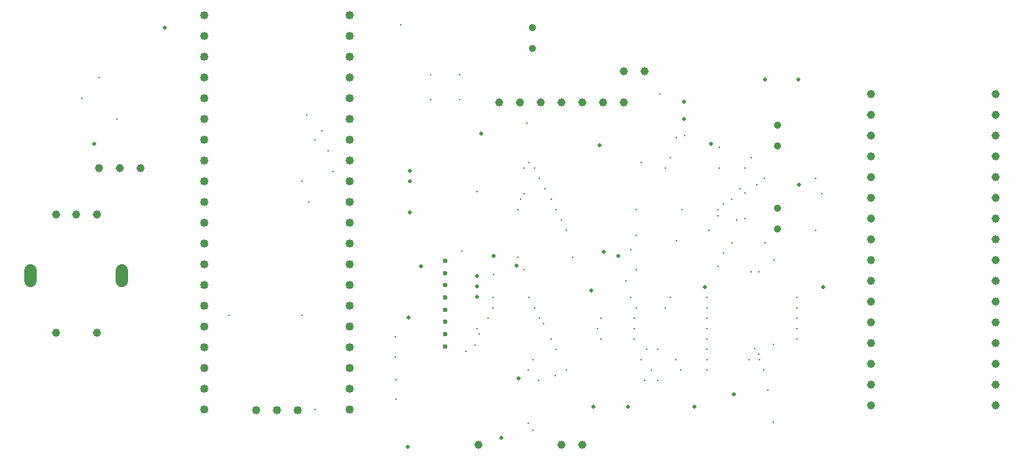
<source format=gbr>
%TF.GenerationSoftware,KiCad,Pcbnew,9.0.6*%
%TF.CreationDate,2025-11-05T23:56:18-08:00*%
%TF.ProjectId,SD-PGMR,53442d50-474d-4522-9e6b-696361645f70,v2.0*%
%TF.SameCoordinates,Original*%
%TF.FileFunction,Plated,1,4,PTH,Mixed*%
%TF.FilePolarity,Positive*%
%FSLAX46Y46*%
G04 Gerber Fmt 4.6, Leading zero omitted, Abs format (unit mm)*
G04 Created by KiCad (PCBNEW 9.0.6) date 2025-11-05 23:56:18*
%MOMM*%
%LPD*%
G01*
G04 APERTURE LIST*
%TA.AperFunction,ViaDrill*%
%ADD10C,0.300990*%
%TD*%
%TA.AperFunction,ViaDrill*%
%ADD11C,0.508000*%
%TD*%
%TA.AperFunction,ComponentDrill*%
%ADD12C,0.600000*%
%TD*%
%TA.AperFunction,ComponentDrill*%
%ADD13C,0.900000*%
%TD*%
%TA.AperFunction,ComponentDrill*%
%ADD14C,1.000000*%
%TD*%
%TA.AperFunction,ComponentDrill*%
%ADD15C,1.020000*%
%TD*%
G04 aperture for slot hole*
%TA.AperFunction,ComponentDrill*%
%ADD16C,1.500000*%
%TD*%
G04 APERTURE END LIST*
D10*
X86360000Y-89662000D03*
X88519000Y-87122000D03*
X90721000Y-92202000D03*
X104394000Y-116205000D03*
X113284000Y-99822000D03*
X113284000Y-116205000D03*
X113919000Y-91694000D03*
X114173000Y-102362000D03*
X114909600Y-94742000D03*
X114909600Y-127762000D03*
X115722400Y-93624400D03*
X116484400Y-96062800D03*
X117144800Y-98653600D03*
X124714000Y-118872000D03*
X124714000Y-121285000D03*
X124809250Y-124079000D03*
X124841000Y-126492000D03*
X125374400Y-80721200D03*
X129032000Y-86741000D03*
X129032000Y-89789000D03*
X132588000Y-86741000D03*
X132588000Y-89789000D03*
X132842000Y-108331000D03*
X133350000Y-120650000D03*
X134493000Y-119888000D03*
X134747000Y-101092000D03*
X134747000Y-117856000D03*
X134969250Y-118518198D03*
X136112250Y-116586000D03*
X136652000Y-114046000D03*
X136652000Y-115316000D03*
X136779000Y-111252000D03*
X139700000Y-103251000D03*
X139700000Y-109093000D03*
X140081000Y-101981000D03*
X140462000Y-98196400D03*
X140462000Y-101346000D03*
X140462000Y-110617000D03*
X140843000Y-92710000D03*
X140970000Y-122936000D03*
X140970000Y-129413000D03*
X141097000Y-97536000D03*
X141097000Y-114046000D03*
X141605000Y-121666000D03*
X141605000Y-130302000D03*
X141732000Y-98171000D03*
X141732000Y-115316000D03*
X142240000Y-124206000D03*
X142367000Y-99441000D03*
X142367000Y-116586000D03*
X142875000Y-117221000D03*
X143002000Y-100711000D03*
X143764000Y-101981000D03*
X143764000Y-119126000D03*
X144272000Y-123571000D03*
X144399000Y-103251000D03*
X144399000Y-120396000D03*
X145034000Y-104521000D03*
X145669000Y-105791000D03*
X145669000Y-122936000D03*
X146431000Y-109093000D03*
X149479000Y-117856000D03*
X149860000Y-116586000D03*
X149860000Y-119126000D03*
X152908000Y-112014000D03*
X153543000Y-108204000D03*
X153543000Y-114046000D03*
X153924000Y-116586000D03*
X153924000Y-117856000D03*
X153924000Y-119126000D03*
X154178000Y-103251000D03*
X154178000Y-106426000D03*
X154178000Y-110617000D03*
X154178000Y-115316000D03*
X154813000Y-97536000D03*
X154813000Y-121666000D03*
X155194000Y-124206000D03*
X155448000Y-120396000D03*
X156083000Y-122936000D03*
X156845000Y-120396000D03*
X156845000Y-124206000D03*
X157099000Y-89154000D03*
X157734000Y-98171000D03*
X157734000Y-115316000D03*
X158369000Y-96901000D03*
X158369000Y-114046000D03*
X159004000Y-121666000D03*
X159131000Y-94488000D03*
X159131000Y-107061000D03*
X159639000Y-122936000D03*
X159766000Y-103251000D03*
X160147000Y-94234000D03*
X162814000Y-114046000D03*
X162814000Y-115316000D03*
X162814000Y-116586000D03*
X162814000Y-117856000D03*
X162814000Y-119126000D03*
X162814000Y-120396000D03*
X162814000Y-121666000D03*
X162814000Y-122936000D03*
X163068000Y-105791000D03*
X164211000Y-103251000D03*
X164211000Y-104013000D03*
X164211000Y-110236000D03*
X164338000Y-95631000D03*
X164338000Y-98171000D03*
X164846000Y-102616000D03*
X164846000Y-108585000D03*
X165862000Y-101981000D03*
X165862000Y-107315000D03*
X166497000Y-104521000D03*
X166878000Y-100711000D03*
X167513000Y-98171000D03*
X167513000Y-101219000D03*
X167513000Y-104394000D03*
X168021000Y-121666000D03*
X168275000Y-96901000D03*
X168275000Y-110871000D03*
X168720161Y-120331839D03*
X168910000Y-100203000D03*
X169164000Y-110871000D03*
X169192600Y-120972774D03*
X169278300Y-121666000D03*
X169818050Y-122936000D03*
X169900600Y-99466400D03*
X169926000Y-107315000D03*
X170307000Y-125349000D03*
X170930300Y-119761000D03*
X170942000Y-129286000D03*
X171069000Y-109474000D03*
X173863000Y-114046000D03*
X173863000Y-115316000D03*
X173863000Y-116586000D03*
X173863000Y-117856000D03*
X173863000Y-119126000D03*
X176149000Y-99441000D03*
X176149000Y-105791000D03*
X176911000Y-101346000D03*
D11*
X87884000Y-95250000D03*
X96520000Y-81026000D03*
X126238000Y-132334000D03*
X126365000Y-116459000D03*
X126492000Y-98552000D03*
X126492000Y-99822000D03*
X126492000Y-103632000D03*
X127889000Y-110236000D03*
X134747000Y-111391000D03*
X134747000Y-112661000D03*
X134747000Y-113931000D03*
X135255000Y-93980000D03*
X136779000Y-108966000D03*
X137668000Y-131191000D03*
X139573000Y-110109000D03*
X139827000Y-123952000D03*
X148717000Y-113157000D03*
X148971000Y-127381000D03*
X149733000Y-95377000D03*
X150241000Y-108458000D03*
X152019000Y-108966000D03*
X153162000Y-127381000D03*
X160020000Y-90043000D03*
X160020000Y-92202000D03*
X161290000Y-127381000D03*
X162560000Y-112776000D03*
X163322000Y-95250000D03*
X166116000Y-125857000D03*
X169926000Y-87376000D03*
X173990000Y-87376000D03*
X174133000Y-100208000D03*
X177038000Y-112776000D03*
D12*
%TO.C,U3*%
X130810000Y-112546000D03*
X130810000Y-114046000D03*
X130810278Y-118518449D03*
X130810278Y-120018449D03*
X130811287Y-109564011D03*
X130811287Y-111064011D03*
X130812295Y-115541408D03*
X130812295Y-117041408D03*
D13*
%TO.C,LED1*%
X141478000Y-81026000D03*
X141478000Y-83566000D03*
%TO.C,LED3*%
X171450000Y-103119000D03*
X171450000Y-105659000D03*
%TO.C,LED2*%
X171500800Y-92959000D03*
X171500800Y-95499000D03*
D14*
%TO.C,RE1*%
X83225000Y-103875000D03*
X83225000Y-118375000D03*
X85725000Y-103875000D03*
X88225000Y-103875000D03*
X88225000Y-118375000D03*
%TO.C,J2*%
X88519000Y-98171000D03*
X91059000Y-98171000D03*
X93599000Y-98171000D03*
%TO.C,J5*%
X134874000Y-132096000D03*
%TO.C,J1*%
X137434000Y-90145000D03*
X139974000Y-90145000D03*
X142514000Y-90145000D03*
%TO.C,J4*%
X145039000Y-132080000D03*
%TO.C,J1*%
X145054000Y-90145000D03*
%TO.C,J4*%
X147579000Y-132080000D03*
%TO.C,J1*%
X147594000Y-90145000D03*
X150134000Y-90145000D03*
%TO.C,J3*%
X152659000Y-86360000D03*
%TO.C,J1*%
X152674000Y-90145000D03*
%TO.C,J3*%
X155199000Y-86360000D03*
%TO.C,U4*%
X182880000Y-89154000D03*
X182880000Y-91694000D03*
X182880000Y-94234000D03*
X182880000Y-96774000D03*
X182880000Y-99314000D03*
X182880000Y-101854000D03*
X182880000Y-104394000D03*
X182880000Y-106934000D03*
X182880000Y-109474000D03*
X182880000Y-112014000D03*
X182880000Y-114554000D03*
X182880000Y-117094000D03*
X182880000Y-119634000D03*
X182880000Y-122174000D03*
X182880000Y-124714000D03*
X182880000Y-127254000D03*
X198120000Y-89154000D03*
X198120000Y-91694000D03*
X198120000Y-94234000D03*
X198120000Y-96774000D03*
X198120000Y-99314000D03*
X198120000Y-101854000D03*
X198120000Y-104394000D03*
X198120000Y-106934000D03*
X198120000Y-109474000D03*
X198120000Y-112014000D03*
X198120000Y-114554000D03*
X198120000Y-117094000D03*
X198120000Y-119634000D03*
X198120000Y-122174000D03*
X198120000Y-124714000D03*
X198120000Y-127254000D03*
D15*
%TO.C,U1*%
X101346001Y-79502000D03*
X101346001Y-82042000D03*
X101346001Y-84582000D03*
X101346001Y-87122000D03*
X101346001Y-89662000D03*
X101346001Y-92202000D03*
X101346001Y-94742000D03*
X101346001Y-97282000D03*
X101346001Y-99822000D03*
X101346001Y-102362000D03*
X101346001Y-104902000D03*
X101346001Y-107442000D03*
X101346001Y-109982000D03*
X101346001Y-112522000D03*
X101346001Y-115062000D03*
X101346001Y-117602000D03*
X101346001Y-120142000D03*
X101346001Y-122682000D03*
X101346001Y-125222000D03*
X101346001Y-127762000D03*
X107700001Y-127802000D03*
X110240001Y-127802000D03*
X112780001Y-127802000D03*
X119126001Y-79502000D03*
X119126001Y-82042000D03*
X119126001Y-84582000D03*
X119126001Y-87122000D03*
X119126001Y-89662000D03*
X119126001Y-92202000D03*
X119126001Y-94742000D03*
X119126001Y-97282000D03*
X119126001Y-99822000D03*
X119126001Y-102362000D03*
X119126001Y-104902000D03*
X119126001Y-107442000D03*
X119126001Y-109982000D03*
X119126001Y-112522000D03*
X119126001Y-115062000D03*
X119126001Y-117602000D03*
X119126001Y-120142000D03*
X119126001Y-122682000D03*
X119126001Y-125222000D03*
X119126001Y-127762000D03*
D16*
%TO.C,RE1*%
X80125000Y-112025000D02*
X80125000Y-110725000D01*
X91325000Y-112025000D02*
X91325000Y-110725000D01*
M02*

</source>
